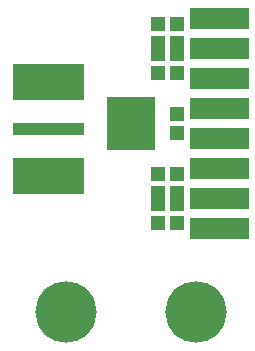
<source format=gbr>
%FSLAX44Y44*%
%MOMM*%
%ADD10R,1.2000X1.2000*%
%ADD11C,5.2000*%
%LPD*%
G36*
G01*
X00002000Y00139900D02*
X00062000Y00139900D01*
X00062000Y00170400D01*
X00002000Y00170400D01*
X00002000Y00139900D01*
D02*
G37*
G36*
G01*
X00081850Y00176900D02*
X00121850Y00176900D01*
X00121850Y00221900D01*
X00081850Y00221900D01*
X00081850Y00176900D01*
D02*
G37*
G36*
G01*
X00152000Y00101800D02*
X00202000Y00101800D01*
X00202000Y00119200D01*
X00152000Y00119200D01*
X00152000Y00101800D01*
D02*
G37*
G36*
G01*
X00152000Y00127200D02*
X00202000Y00127200D01*
X00202000Y00144600D01*
X00152000Y00144600D01*
X00152000Y00127200D01*
D02*
G37*
G36*
G01*
X00152000Y00152600D02*
X00202000Y00152600D01*
X00202000Y00170000D01*
X00152000Y00170000D01*
X00152000Y00152600D01*
D02*
G37*
G36*
G01*
X00152000Y00178000D02*
X00202000Y00178000D01*
X00202000Y00195400D01*
X00152000Y00195400D01*
X00152000Y00178000D01*
D02*
G37*
G36*
G01*
X00152000Y00203400D02*
X00202000Y00203400D01*
X00202000Y00220800D01*
X00152000Y00220800D01*
X00152000Y00203400D01*
D02*
G37*
G36*
G01*
X00152000Y00228800D02*
X00202000Y00228800D01*
X00202000Y00246200D01*
X00152000Y00246200D01*
X00152000Y00228800D01*
D02*
G37*
G36*
G01*
X00152000Y00254200D02*
X00202000Y00254200D01*
X00202000Y00271600D01*
X00152000Y00271600D01*
X00152000Y00254200D01*
D02*
G37*
G36*
G01*
X00152000Y00279600D02*
X00202000Y00279600D01*
X00202000Y00297000D01*
X00152000Y00297000D01*
X00152000Y00279600D01*
D02*
G37*
D10*
X00141000Y00115400D03*
D10*
X00141000Y00131400D03*
D11*
X00047000Y00040000D03*
D11*
X00157000Y00040000D03*
D10*
X00125000Y00115400D03*
D10*
X00125000Y00131400D03*
D10*
X00141000Y00140600D03*
D10*
X00141000Y00156600D03*
D10*
X00125000Y00140600D03*
D10*
X00125000Y00156600D03*
D10*
X00141000Y00191400D03*
D10*
X00141000Y00207400D03*
D10*
X00141000Y00242400D03*
D10*
X00141000Y00258400D03*
D10*
X00125000Y00242400D03*
D10*
X00125000Y00258400D03*
D10*
X00141000Y00267600D03*
D10*
X00141000Y00283600D03*
D10*
X00125000Y00267600D03*
D10*
X00125000Y00283600D03*
G36*
G01*
X00002000Y00219400D02*
X00062000Y00219400D01*
X00062000Y00249900D01*
X00002000Y00249900D01*
X00002000Y00219400D01*
D02*
G37*
G36*
G01*
X00002000Y00189900D02*
X00062000Y00189900D01*
X00062000Y00199900D01*
X00002000Y00199900D01*
X00002000Y00189900D01*
D02*
G37*
M02*

</source>
